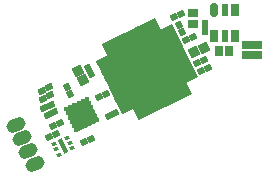
<source format=gbs>
G04*
G04 #@! TF.GenerationSoftware,Altium Limited,Altium Designer,19.0.15 (446)*
G04*
G04 Layer_Color=16711935*
%FSLAX42Y42*%
%MOMM*%
G71*
G01*
G75*
%ADD37R,0.25X0.70*%
%ADD39R,1.57X0.70*%
G04:AMPARAMS|DCode=48|XSize=0.55mm|YSize=0.64mm|CornerRadius=0mm|HoleSize=0mm|Usage=FLASHONLY|Rotation=116.000|XOffset=0mm|YOffset=0mm|HoleType=Round|Shape=Rectangle|*
%AMROTATEDRECTD48*
4,1,4,0.41,-0.11,-0.17,-0.39,-0.41,0.11,0.17,0.39,0.41,-0.11,0.0*
%
%ADD48ROTATEDRECTD48*%

G04:AMPARAMS|DCode=49|XSize=0.84mm|YSize=0.8mm|CornerRadius=0mm|HoleSize=0mm|Usage=FLASHONLY|Rotation=116.000|XOffset=0mm|YOffset=0mm|HoleType=Round|Shape=Rectangle|*
%AMROTATEDRECTD49*
4,1,4,0.55,-0.20,-0.18,-0.55,-0.55,0.20,0.18,0.55,0.55,-0.20,0.0*
%
%ADD49ROTATEDRECTD49*%

G04:AMPARAMS|DCode=52|XSize=0.55mm|YSize=0.6mm|CornerRadius=0mm|HoleSize=0mm|Usage=FLASHONLY|Rotation=116.000|XOffset=0mm|YOffset=0mm|HoleType=Round|Shape=Rectangle|*
%AMROTATEDRECTD52*
4,1,4,0.39,-0.12,-0.15,-0.38,-0.39,0.12,0.15,0.38,0.39,-0.12,0.0*
%
%ADD52ROTATEDRECTD52*%

G04:AMPARAMS|DCode=53|XSize=0.55mm|YSize=0.6mm|CornerRadius=0mm|HoleSize=0mm|Usage=FLASHONLY|Rotation=206.000|XOffset=0mm|YOffset=0mm|HoleType=Round|Shape=Rectangle|*
%AMROTATEDRECTD53*
4,1,4,0.12,0.39,0.38,-0.15,-0.12,-0.39,-0.38,0.15,0.12,0.39,0.0*
%
%ADD53ROTATEDRECTD53*%

G04:AMPARAMS|DCode=55|XSize=0.84mm|YSize=0.8mm|CornerRadius=0mm|HoleSize=0mm|Usage=FLASHONLY|Rotation=26.000|XOffset=0mm|YOffset=0mm|HoleType=Round|Shape=Rectangle|*
%AMROTATEDRECTD55*
4,1,4,-0.20,-0.55,-0.55,0.18,0.20,0.55,0.55,-0.18,-0.20,-0.55,0.0*
%
%ADD55ROTATEDRECTD55*%

G04:AMPARAMS|DCode=62|XSize=1.1mm|YSize=1.7mm|CornerRadius=0mm|HoleSize=0mm|Usage=FLASHONLY|Rotation=116.000|XOffset=0mm|YOffset=0mm|HoleType=Round|Shape=Round|*
%AMOVALD62*
21,1,0.60,1.10,0.00,0.00,206.0*
1,1,1.10,0.27,0.13*
1,1,1.10,-0.27,-0.13*
%
%ADD62OVALD62*%

G04:AMPARAMS|DCode=86|XSize=7.15mm|YSize=5mm|CornerRadius=0mm|HoleSize=0mm|Usage=FLASHONLY|Rotation=296.000|XOffset=0mm|YOffset=0mm|HoleType=Round|Shape=Rectangle|*
%AMROTATEDRECTD86*
4,1,4,-3.81,2.12,0.68,4.31,3.81,-2.12,-0.68,-4.31,-3.81,2.12,0.0*
%
%ADD86ROTATEDRECTD86*%

G04:AMPARAMS|DCode=87|XSize=5mm|YSize=7.15mm|CornerRadius=0mm|HoleSize=0mm|Usage=FLASHONLY|Rotation=296.000|XOffset=0mm|YOffset=0mm|HoleType=Round|Shape=Rectangle|*
%AMROTATEDRECTD87*
4,1,4,-4.31,0.68,2.12,3.81,4.31,-0.68,-2.12,-3.81,-4.31,0.68,0.0*
%
%ADD87ROTATEDRECTD87*%

%ADD88P,3.11X4X341.0*%
%ADD89R,0.60X1.14*%
%ADD90R,0.73X1.14*%
G04:AMPARAMS|DCode=91|XSize=0.73mm|YSize=1.14mm|CornerRadius=0mm|HoleSize=0mm|Usage=FLASHONLY|Rotation=180.000|XOffset=0mm|YOffset=0mm|HoleType=Round|Shape=Octagon|*
%AMOCTAGOND91*
4,1,8,0.18,-0.57,-0.18,-0.57,-0.36,-0.39,-0.36,0.39,-0.18,0.57,0.18,0.57,0.36,0.39,0.36,-0.39,0.18,-0.57,0.0*
%
%ADD91OCTAGOND91*%

%ADD92R,0.55X0.64*%
%ADD93R,0.80X0.84*%
%ADD94P,6.44X4X341.0*%
G04:AMPARAMS|DCode=95|XSize=0.45mm|YSize=1.1mm|CornerRadius=0mm|HoleSize=0mm|Usage=FLASHONLY|Rotation=296.000|XOffset=0mm|YOffset=0mm|HoleType=Round|Shape=Rectangle|*
%AMROTATEDRECTD95*
4,1,4,-0.60,-0.04,0.40,0.45,0.60,0.04,-0.40,-0.45,-0.60,-0.04,0.0*
%
%ADD95ROTATEDRECTD95*%

G04:AMPARAMS|DCode=96|XSize=0.45mm|YSize=1.1mm|CornerRadius=0mm|HoleSize=0mm|Usage=FLASHONLY|Rotation=206.000|XOffset=0mm|YOffset=0mm|HoleType=Round|Shape=Rectangle|*
%AMROTATEDRECTD96*
4,1,4,-0.04,0.60,0.45,-0.40,0.04,-0.60,-0.45,0.40,-0.04,0.60,0.0*
%
%ADD96ROTATEDRECTD96*%

%ADD97R,0.84X0.80*%
G04:AMPARAMS|DCode=98|XSize=0.27mm|YSize=0.37mm|CornerRadius=0mm|HoleSize=0mm|Usage=FLASHONLY|Rotation=116.000|XOffset=0mm|YOffset=0mm|HoleType=Round|Shape=Rectangle|*
%AMROTATEDRECTD98*
4,1,4,0.23,-0.04,-0.11,-0.20,-0.23,0.04,0.11,0.20,0.23,-0.04,0.0*
%
%ADD98ROTATEDRECTD98*%

G04:AMPARAMS|DCode=99|XSize=1.28mm|YSize=0.37mm|CornerRadius=0mm|HoleSize=0mm|Usage=FLASHONLY|Rotation=116.000|XOffset=0mm|YOffset=0mm|HoleType=Round|Shape=Rectangle|*
%AMROTATEDRECTD99*
4,1,4,0.45,-0.49,0.11,-0.66,-0.45,0.49,-0.11,0.66,0.45,-0.49,0.0*
%
%ADD99ROTATEDRECTD99*%

%ADD100C,0.40*%
D37*
X15Y72D02*
D03*
X15Y157D02*
D03*
D39*
X-71Y72D02*
D03*
Y157D02*
D03*
D48*
X-1733Y-411D02*
D03*
X-1791Y-440D02*
D03*
X-1763Y-348D02*
D03*
X-1822Y-377D02*
D03*
X-1768Y-271D02*
D03*
X-1827Y-299D02*
D03*
X-1780Y-200D02*
D03*
X-1838Y-229D02*
D03*
D49*
X-550Y96D02*
D03*
X-470Y134D02*
D03*
D52*
X-661Y423D02*
D03*
X-717Y396D02*
D03*
X-434Y-36D02*
D03*
X-490Y-64D02*
D03*
X-1479Y-666D02*
D03*
X-1423Y-638D02*
D03*
X-523Y3D02*
D03*
X-467Y30D02*
D03*
X-618Y196D02*
D03*
X-562Y224D02*
D03*
X-1220Y-417D02*
D03*
X-1275Y-444D02*
D03*
X-1778Y-622D02*
D03*
X-1722Y-595D02*
D03*
X-1690Y-502D02*
D03*
X-1746Y-529D02*
D03*
X-1299Y-255D02*
D03*
X-1354Y-282D02*
D03*
D53*
X-1447Y-38D02*
D03*
X-1420Y-93D02*
D03*
X-679Y326D02*
D03*
X-651Y270D02*
D03*
X-1599Y-258D02*
D03*
X-1626Y-202D02*
D03*
D55*
X-1495Y-144D02*
D03*
X-1534Y-65D02*
D03*
D62*
X-2058Y-525D02*
D03*
X-2005Y-633D02*
D03*
X-1953Y-741D02*
D03*
X-1900Y-849D02*
D03*
D86*
X-952Y-48D02*
D03*
D87*
D03*
D88*
X-1502Y-432D02*
D03*
D89*
X-290Y230D02*
D03*
X-290Y450D02*
D03*
D90*
X-201Y230D02*
D03*
X-379D02*
D03*
X-201Y450D02*
D03*
D91*
X-379D02*
D03*
D92*
X-462Y338D02*
D03*
Y272D02*
D03*
D93*
X-256Y102D02*
D03*
X-344D02*
D03*
D94*
X-952Y-48D02*
D03*
D95*
X-1321Y23D02*
D03*
X-1299Y-22D02*
D03*
X-1277Y-67D02*
D03*
X-1255Y-112D02*
D03*
X-1233Y-157D02*
D03*
X-1211Y-202D02*
D03*
X-1189Y-247D02*
D03*
X-1167Y-292D02*
D03*
X-1145Y-337D02*
D03*
X-1123Y-382D02*
D03*
X-584Y-119D02*
D03*
X-606Y-74D02*
D03*
X-628Y-29D02*
D03*
X-650Y16D02*
D03*
X-672Y61D02*
D03*
X-694Y106D02*
D03*
X-716Y151D02*
D03*
X-738Y196D02*
D03*
X-759Y241D02*
D03*
X-781Y286D02*
D03*
D96*
X-1023Y-416D02*
D03*
X-978Y-394D02*
D03*
X-933Y-372D02*
D03*
X-888Y-350D02*
D03*
X-843Y-328D02*
D03*
X-798Y-307D02*
D03*
X-753Y-285D02*
D03*
X-709Y-263D02*
D03*
X-664Y-241D02*
D03*
X-619Y-219D02*
D03*
X-882Y320D02*
D03*
X-927Y298D02*
D03*
X-972Y277D02*
D03*
X-1017Y255D02*
D03*
X-1061Y233D02*
D03*
X-1106Y211D02*
D03*
X-1151Y189D02*
D03*
X-1196Y167D02*
D03*
X-1241Y145D02*
D03*
X-1286Y123D02*
D03*
D97*
X-558Y336D02*
D03*
X-558Y424D02*
D03*
D98*
X-1718Y-727D02*
D03*
X-1740Y-682D02*
D03*
X-1696Y-772D02*
D03*
X-1584Y-717D02*
D03*
X-1605Y-672D02*
D03*
X-1627Y-627D02*
D03*
D99*
X-1662Y-699D02*
D03*
D100*
X-1369Y-478D02*
D03*
X-1386Y-443D02*
D03*
X-1404Y-407D02*
D03*
X-1421Y-371D02*
D03*
X-1439Y-335D02*
D03*
X-1456Y-299D02*
D03*
X-1405Y-496D02*
D03*
X-1422Y-460D02*
D03*
X-1440Y-424D02*
D03*
X-1457Y-388D02*
D03*
X-1475Y-352D02*
D03*
X-1492Y-316D02*
D03*
X-1441Y-514D02*
D03*
X-1458Y-478D02*
D03*
X-1476Y-442D02*
D03*
X-1493Y-406D02*
D03*
X-1511Y-370D02*
D03*
X-1528Y-334D02*
D03*
X-1477Y-531D02*
D03*
X-1494Y-495D02*
D03*
X-1512Y-459D02*
D03*
X-1529Y-423D02*
D03*
X-1547Y-387D02*
D03*
X-1564Y-351D02*
D03*
X-1513Y-549D02*
D03*
X-1530Y-513D02*
D03*
X-1548Y-477D02*
D03*
X-1565Y-441D02*
D03*
X-1583Y-405D02*
D03*
X-1600Y-369D02*
D03*
X-1549Y-566D02*
D03*
X-1566Y-530D02*
D03*
X-1584Y-494D02*
D03*
X-1601Y-458D02*
D03*
X-1619Y-422D02*
D03*
X-1636Y-386D02*
D03*
M02*

</source>
